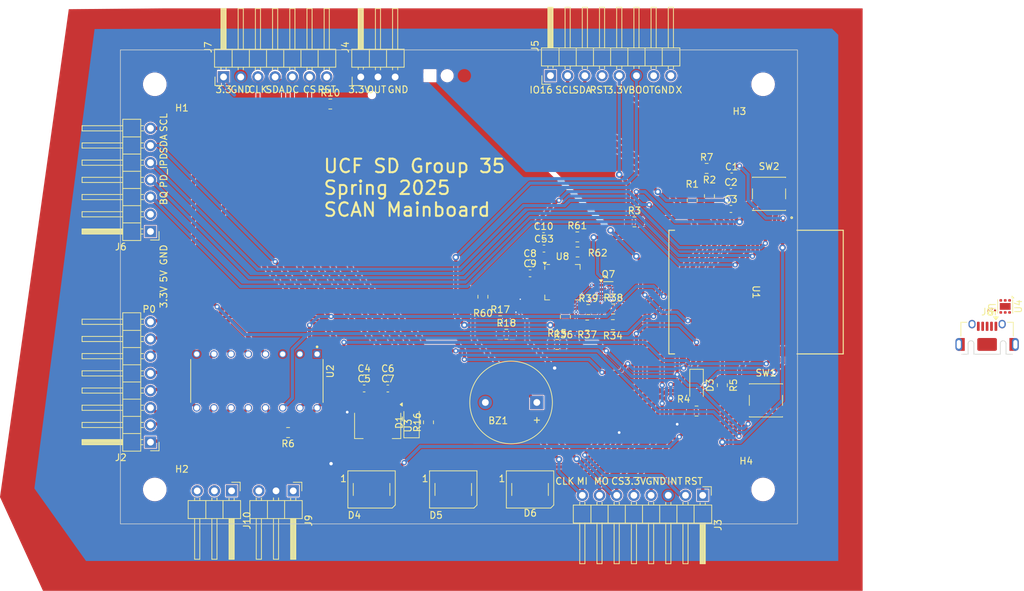
<source format=kicad_pcb>
(kicad_pcb (version 20240108) (generator "pcbnew") (generator_version "8.0")
  (title_block (title "SCAN") (date "2025-01-30") (rev "v1.0") (company "Jonah Sprandel"))
  (layers (0 "F.Cu" signal) (31 "B.Cu" signal) (34 "B.Paste" user) (35 "F.Paste" user) (36 "B.SilkS" user "B.Silkscreen") (37 "F.SilkS" user "F.Silkscreen") (38 "B.Mask" user) (39 "F.Mask" user) (44 "Edge.Cuts" user))
  (net 0 "")
  (net 1 "/RGB_1")
  (net 2 "/RGB_12")
  (net 3 "AGND")
  (net 4 "/RGB_23")
  (net 6 "/P2")
  (net 7 "/P4")
  (net 8 "/TFT_RESET_N")
  (net 9 "/P7")
  (net 10 "/P3")
  (net 11 "/P6")
  (net 12 "/P0")
  (net 13 "3.3V_SYS")
  (net 14 "/P5")
  (net 15 "/Auto Download/RTS")
  (net 16 "/Auto Download/DTR")
  (net 17 "/P1")
  (net 18 "/BQ25798_INT")
  (net 19 "/I2C_SDA")
  (net 20 "/I2C_SCL")
  (net 21 "/CHIP_PU")
  (net 22 "/KEYPAD_INT")
  (net 23 "/GPIO12_BREAKOUT")
  (net 24 "/GPIO13_BREAKOUT")
  (net 25 "/UART_RXD")
  (net 26 "/PD_GPIO")
  (net 27 "/SPI_MISO")
  (net 28 "/PD_INT")
  (net 29 "/UART_TXD")
  (net 30 "/PIR_OUT")
  (net 31 "/SPI_CLK")
  (net 33 "/BUZZER_PWM")
  (net 34 "/TFT_DC")
  (net 35 "/BOOT")
  (net 36 "/SPI_MOSI")
  (net 37 "/TFT_CS")
  (net 38 "Net-(Q7A-B1)")
  (net 39 "Net-(Q7B-B2)")
  (net 40 "Net-(Q7B-C2)")
  (net 41 "Net-(Q7A-C1)")
  (net 56 "/USB-to-UART Bridge/VDD")
  (net 59 "5V_SYS")
  (net 60 "Net-(D1-A)")
  (net 61 "/NFC_INT")
  (net 62 "/NFC_RST")
  (net 63 "/SPI_CS")
  (net 64 "/USB-to-UART Bridge/TXD")
  (net 65 "/USB-to-UART Bridge/RXD")
  (net 66 "/RGB_CTRL")
  (net 68 "/MICRO_USB_D-")
  (net 69 "/MICRO_USB_D+")
  (net 70 "/USB-to-UART Bridge/RST")
  (net 71 "/USB-to-UART Bridge/VBUS_SNS")
  (net 72 "Net-(R37-Pad2)")
  (net 73 "/USB-to-UART Bridge/SUSPEND")
  (net 74 "3.3V_LDO_OUT")
  (net 75 "VBUS")
  (net 76 "5V_PWR_BRD")
  (net 77 "3.3V_PWR_BRD")
  (footprint "LED_SMD:LED_WS2812B_PLCC4_5.0x5.0mm_P3.2mm" (layer "F.Cu") (at 146.01 127)
    (property "Reference" "D5")
    (property "Value" "FAILURE_LED")
  )
  (footprint "Resistor_SMD:R_0805_2012Metric" (layer "F.Cu") (at 121.615 118.595 180)
    (property "Reference" "R6")
    (property "Value" "10k")
  )
  (footprint "Connector_PinHeader_2.54mm:PinHeader_1x08_P2.54mm_Horizontal" (layer "F.Cu") (at 160.365 65.89 90)
    (property "Reference" "J5")
    (property "Value" "DEBUG_BREAKOUT")
  )
  (footprint "Resistor_SMD:R_0805_2012Metric" (layer "F.Cu") (at 150.3875 98.5375 90)
    (property "Reference" "R60")
    (property "Value" "0Ω")
  )
  (footprint "Resistor_SMD:R_0805_2012Metric" (layer "F.Cu") (at 172.7725 87.48)
    (property "Reference" "R3")
    (property "Value" "10k")
  )
  (footprint "Connector_PinHeader_2.54mm:PinHeader_1x03_P2.54mm_Horizontal" (layer "F.Cu") (at 113.275 127.205 -90)
    (property "Reference" "J10")
    (property "Value" "3.3V_MUX")
  )
  (footprint "Buzzer_Beeper:Buzzer_12x9.5RM7.6" (layer "F.Cu") (at 158.35 114.15 180)
    (property "Reference" "BZ1")
    (property "Value" "Buzzer")
  )
  (footprint "Resistor_SMD:R_0805_2012Metric" (layer "F.Cu") (at 183.4375 79.58)
    (property "Reference" "R7")
    (property "Value" "3.3k")
  )
  (footprint "Connector_PinHeader_2.54mm:PinHeader_1x07_P2.54mm_Horizontal" (layer "F.Cu") (at 101.295 88.9 180)
    (property "Reference" "J6")
    (property "Value" "PD_CONN")
  )
  (footprint "MountingHole:MountingHole_3.2mm_M3" (layer "F.Cu") (at 101.93 67.16)
    (property "Reference" "H1")
    (property "Value" "MountingHole_Pad" (hide yes))
  )
  (footprint "Resistor_SMD:R_0805_2012Metric" (layer "F.Cu") (at 164.3675 91.93)
    (property "Reference" "R62")
    (property "Value" "0Ω")
  )
  (footprint "LED_SMD:LED_WS2812B_PLCC4_5.0x5.0mm_P3.2mm" (layer "F.Cu") (at 133.945 127)
    (property "Reference" "D4")
    (property "Value" "SUCCESS_LED")
  )
  (footprint "Resistor_SMD:R_0805_2012Metric" (layer "F.Cu") (at 183.845 83.67 -90)
    (property "Reference" "R2")
    (property "Value" "2.2k")
  )
  (footprint "Connector_USB:USB_Micro-AB_Molex_47590-0001" (layer "F.Cu") (at 224.85 105.93)
    (property "Reference" "J8")
    (property "Value" "USB_B_Micro")
    (fp_line (start -3.75 1.1) (end -2.8 1.1) (stroke (width 0.1)) (layer "Edge.Cuts"))
    (fp_line (start -2.8 -0.475) (end -2.8 1.1) (stroke (width 0.1)) (layer "Edge.Cuts"))
    (fp_line (start -1.95 -0.475) (end -1.95 1.1) (stroke (width 0.1)) (layer "Edge.Cuts"))
    (fp_line (start -1.95 1.1) (end 1.95 1.1) (stroke (width 0.1)) (layer "Edge.Cuts"))
    (fp_line (start 1.95 -0.475) (end 1.95 1.1) (stroke (width 0.1)) (layer "Edge.Cuts"))
    (fp_line (start 2.8 -0.475) (end 2.8 1.1) (stroke (width 0.1)) (layer "Edge.Cuts"))
    (fp_line (start 2.8 1.1) (end 3.75 1.1) (stroke (width 0.1)) (layer "Edge.Cuts"))
    (fp_arc (start -2.8 -0.475) (mid -2.375 -0.9) (end -1.95 -0.475) (stroke (width 0.1)) (layer "Edge.Cuts"))
    (fp_arc (start 1.95 -0.475) (mid 2.375 -0.9) (end 2.8 -0.475) (stroke (width 0.1)) (layer "Edge.Cuts"))
  )
  (footprint "LED_SMD:LED_WS2812B_PLCC4_5.0x5.0mm_P3.2mm" (layer "F.Cu") (at 157.35 127)
    (property "Reference" "D6")
    (property "Value" "ADMIN_LED")
  )
  (footprint "SCAN_footprints:ESP32-C6-WROOM-1-N8" (layer "F.Cu") (at 190.73 97.85 -90)
    (property "Reference" "U1")
    (property "Value" "ESP32-C6-WROOM-1-N8")
  )
  (footprint "SCAN_footprints:DMY0003A" (layer "F.Cu") (at 225.524999 100.454999 -90)
    (property "Reference" "U5")
    (property "Value" "ESD122DMYR" (hide yes))
  )
  (footprint "Resistor_SMD:R_0805_2012Metric" (layer "F.Cu") (at 127.85 70.08)
    (property "Reference" "R10")
    (property "Value" "10k")
  )
  (footprint "MountingHole:MountingHole_3.2mm_M3" (layer "F.Cu") (at 191.77 127)
    (property "Reference" "H4")
    (property "Value" "MountingHole_Pad" (hide yes))
  )
  (footprint "Capacitor_SMD:C_0603_1608Metric" (layer "F.Cu") (at 159.35 89.58)
    (property "Reference" "C10")
    (property "Value" "4.7u")
  )
  (footprint "SCAN_footprints:SW_SPST_PTS647_Sx38" (layer "F.Cu") (at 192.185 113.845)
    (property "Reference" "SW1")
    (property "Value" "RST_SWITCH")
  )
  (footprint "MountingHole:MountingHole_3.2mm_M3" (layer "F.Cu") (at 191.77 67.16)
    (property "Reference" "H3")
    (property "Value" "MountingHole_Pad" (hide yes))
  )
  (footprint "Resistor_SMD:R_0805_2012Metric" (layer "F.Cu") (at 152.9375 102.08)
    (property "Reference" "R17")
    (property "Value" "47.5k")
  )
  (footprint "Diode_SMD:D_SOD-123" (layer "F.Cu") (at 181.94 111.61 -90)
    (property "Reference" "D3")
    (property "Value" "1N4148W")
  )
  (footprint "Capacitor_SMD:C_0603_1608Metric" (layer "F.Cu") (at 157.35 95.08)
    (property "Reference" "C9")
    (property "Value" "4.7u")
  )
  (footprint "Capacitor_SMD:C_0603_1608Metric" (layer "F.Cu") (at 159.4075 91.43)
    (property "Reference" "C53")
    (property "Value" ".1u")
  )
  (footprint "Connector_PinHeader_2.54mm:PinHeader_1x03_P2.54mm_Horizontal" (layer "F.Cu") (at 132.35 66.08 90)
    (property "Reference" "J4")
    (property "Value" "PIR_CONN")
  )
  (footprint "Resistor_SMD:R_0805_2012Metric" (layer "F.Cu") (at 181.305 84.305 -90)
    (property "Reference" "R1")
    (property "Value" "2.2k" (hide yes))
  )
  (footprint "Connector_PinHeader_2.54mm:PinHeader_1x08_P2.54mm_Horizontal" (layer "F.Cu") (at 182.85 127.865 -90)
    (property "Reference" "J3")
    (property "Value" "PN532_CONN")
  )
  (footprint "SCAN_footprints:DIP794W45P254L1969H508Q16" (layer "F.Cu") (at 117.01 110.975 -90)
    (property "Reference" "U2")
    (property "Value" "PCF8574" (hide yes))
  )
  (footprint "Package_SON:WSON-6-1EP_2x2mm_P0.65mm_EP1x1.6mm" (layer "F.Cu") (at 227.525 99.9675 -90)
    (property "Reference" "U4")
    (property "Value" "TVS2200DRV")
  )
  (footprint "Connector_PinHeader_2.54mm:PinHeader_1x03_P2.54mm_Horizontal" (layer "F.Cu") (at 122.375 127.205 -90)
    (property "Reference" "J9")
    (property "Value" "5V_MUX")
  )
  (footprint "Connector_PinHeader_2.54mm:PinHeader_1x07_P2.54mm_Horizontal" (layer "F.Cu") (at 112.085 66.08 90)
    (property "Reference" "J7")
    (property "Value" "TFT_CONN")
  )
  (footprint "Resistor_SMD:R_0805_2012Metric" (layer "F.Cu") (at 185.75 111.61 -90)
    (property "Reference" "R5")
    (property "Value" "10k")
  )
  (footprint "Capacitor_SMD:C_0603_1608Metric" (layer "F.Cu") (at 136.35 112.09)
    (property "Reference" "C7")
    (property "Value" "100nF")
  )
  (footprint "Connector_PinHeader_2.54mm:PinHeader_1x08_P2.54mm_Horizontal" (layer "F.Cu") (at 101.295 120.015 180)
    (property "Reference" "J2")
    (property "Value" "KEYPAD_CONN")
  )
  (footprint "Resistor_SMD:R_0805_2012Metric" (layer "F.Cu") (at 165.9675 100.44)
    (property "Reference" "R39")
    (property "Value" "0Ω")
  )
  (footprint "Resistor_SMD:R_0805_2012Metric" (layer "F.Cu") (at 164.3275 89.7)
    (property "Reference" "R61")
    (property "Value" "0Ω")
  )
  (footprint "Resistor_SMD:R_0805_2012Metric" (layer "F.Cu") (at 153.85 104.08)
    (property "Reference" "R18")
    (property "Value" "22.1k")
  )
  (footprint "LED_SMD:LED_1206_3216Metric" (layer "F.Cu") (at 139.85 117.08 90)
    (property "Reference" "D1")
    (property "Value" "LED")
  )
  (footprint "Resistor_SMD:R_0805_2012Metric" (layer "F.Cu") (at 161.35 105.58)
    (property "Reference" "R15")
    (property "Value" "1k")
  )
  (footprint "SCAN_footprints:SW_SPST_PTS647_Sx38" (layer "F.Cu") (at 192.65 83.34)
    (property "Reference" "SW2")
    (property "Value" "SW_Push")
  )
  (footprint "Package_DFN_QFN:QFN-28-1EP_5x5mm_P0.5mm_EP3.35x3.35mm" (layer "F.Cu") (at 162.1375 96.39)
    (property "Reference" "U8")
    (property "Value" "CP2102N-A02-xQFN28")
  )
  (footprint "Resistor_SMD:R_0805_2012Metric" (layer "F.Cu") (at 181.94 115.42)
    (property "Reference" "R4")
    (property "Value" "10k")
  )
  (footprint "Resistor_SMD:R_0805_2012Metric" (layer "F.Cu") (at 162.5675 101.52 -90)
    (property "Reference" "R36")
    (property "Value" "0Ω")
  )
  (footprint "Capacitor_SMD:C_0603_1608Metric" (layer "F.Cu") (at 187.02 85.575)
    (property "Reference" "C3")
    (property "Value" "1u")
  )
  (footprint "Capacitor_SMD:C_0603_1608Metric" (layer "F.Cu") (at 132.85 110.58)
    (property "Reference" "C4")
    (property "Value" "10uF")
  )
  (footprint "MountingHole:MountingHole_3.2mm_M3" (layer "F.Cu") (at 101.93 127)
    (property "Reference" "H2")
    (property "Value" "MountingHole_Pad" (hide yes))
  )
  (footprint "Resistor_SMD:R_0805_2012Metric" (layer "F.Cu") (at 165.7875 102.72)
    (property "Reference" "R37")
    (property "Value" "10k")
  )
  (footprint "Resistor_SMD:R_0805_2012Metric" (layer "F.Cu") (at 169.5775 102.66 180)
    (property "Reference" "R34")
    (property "Value" "10k")
  )
  (footprint "Package_TO_SOT_SMD:SOT-223-3_TabPin2" (layer "F.Cu") (at 134.85 117.58 -90)
    (property "Reference" "U3")
    (property "Value" "AMS1117-3.3")
  )
  (footprint "Resistor_SMD:R_0805_2012Metric" (layer "F.Cu") (at 169.6475 100.35)
    (property "Reference" "R38")
    (property "Value" "0Ω")
  )
  (footprint "Resistor_SMD:R_0805_2012Metric" (layer "F.Cu") (at 142.35 117.08 90)
    (property "Reference" "R16")
    (property "Value" "1k")
  )
  (footprint "Package_TO_SOT_SMD:SOT-363_SC-70-6" (layer "F.Cu") (at 168.9175 97.47)
    (property "Reference" "Q7")
    (property "Value" "BC847BDW1")
  )
  (footprint "Capacitor_SMD:C_0603_1608Metric" (layer "F.Cu") (at 157.35 93.58)
    (property "Reference" "C8")
    (property "Value" ".1u")
  )
  (footprint "Capacitor_SMD:C_0603_1608Metric" (layer "F.Cu") (at 132.85 112.08)
    (property "Reference" "C5")
    (property "Value" "100nF")
  )
  (footprint "Capacitor_SMD:C_0603_1608Metric" (layer "F.Cu") (at 136.35 110.58)
    (property "Reference" "C6")
    (property "Value" "10uF")
  )
  (footprint "Capacitor_SMD:C_0603_1608Metric" (layer "F.Cu") (at 187.1275 80.775)
    (property "Reference" "C1")
    (property "Value" "10u")
  )
  (footprint "Capacitor_SMD:C_0603_1608Metric" (layer "F.Cu") (at 187.02 83.065)
    (property "Reference" "C2")
    (property "Value" "0.1u")
  )
  (gr_rect (start 96.85 62.08) (end 196.85 132.08) (stroke (width 0.1)) (fill none) (layer "Edge.Cuts"))
  (gr_text "3.3V" (at 132.135 67.945 0) (layer "F.SilkS") (effects (font (size 1 1))))
  (gr_text "OUT" (at 134.675 67.945 0) (layer "F.SilkS") (effects (font (size 1 1))))
  (gr_text "BOOT" (at 171.78 68.58 0) (layer "F.SilkS") (effects (font (size 1 1)) (justify left bottom)))
  (gr_text "SDA" (at 163.525 68.58 0) (layer "F.SilkS") (effects (font (size 1 1)) (justify left bottom)))
  (gr_text "P0" (at 100.025 100.965 0) (layer "F.SilkS") (effects (font (size 1 1)) (justify left bottom)))
  (gr_text "X" (at 178.765 68.58 0) (layer "F.SilkS") (effects (font (size 1 1)) (justify left bottom)))
  (gr_text "BQ" (at 103.835 85.09 90) (layer "F.SilkS") (effects (font (size 1 1)) (justify left bottom)))
  (gr_text "3.3" (at 112.09 67.945 0) (layer "F.SilkS") (effects (font (size 1 1))))
  (gr_text "5V" (at 103.835 96.52 90) (layer "F.SilkS") (effects (font (size 1 1)) (justify left bottom)))
  (gr_text "3.3V" (at 168.605 68.58 0) (layer "F.SilkS") (effects (font (size 1 1)) (justify left bottom)))
  (gr_text "INT" (at 177.495 126.365 0) (layer "F.SilkS") (effects (font (size 1 1)) (justify left bottom)))
  (gr_text "RST" (at 166.065 68.58 0) (layer "F.SilkS") (effects (font (size 1 1)) (justify left bottom)))
  (gr_text "MO" (at 166.7 126.365 0) (layer "F.SilkS") (effects (font (size 1 1)) (justify left bottom)))
  (gr_text "PD" (at 103.835 79.375 90) (layer "F.SilkS") (effects (font (size 1 1)) (justify left bottom)))
  (gr_text "MI" (at 164.16 126.365 0) (layer "F.SilkS") (effects (font (size 1 1)) (justify left bottom)))
  (gr_text "UCF SD Group 35\nSpring 2025\nSCAN Mainboard" (at 126.695 86.845 0) (layer "F.SilkS") (effects (font (size 2 2) (thickness 0.3) (bold yes)) (justify left bottom)))
  (gr_text "CS" (at 169.24 126.365 0) (layer "F.SilkS") (effects (font (size 1 1)) (justify left bottom)))
  (gr_text "SDA" (at 119.71 67.945 0) (layer "F.SilkS") (effects (font (size 1 1))))
  (gr_text "GND" (at 174.32 126.365 0) (layer "F.SilkS") (effects (font (size 1 1)) (justify left bottom)))
  (gr_text "GND" (at 114.63 67.945 0) (layer "F.SilkS") (effects (font (size 1 1))))
  (gr_text "CLK" (at 117.17 67.945 0) (layer "F.SilkS") (effects (font (size 1 1))))
  (gr_text "RST" (at 127.33 67.945 0) (layer "F.SilkS") (effects (font (size 1 1))))
  (gr_text "SCL" (at 160.985 68.58 0) (layer "F.SilkS") (effects (font (size 1 1)) (justify left bottom)))
  (gr_text "GND" (at 175.59 68.58 0) (layer "F.SilkS") (effects (font (size 1 1)) (justify left bottom)))
  (gr_text "SDA" (at 103.835 77.47 90) (layer "F.SilkS") (effects (font (size 1 1)) (justify left bottom)))
  (gr_text "DC" (at 122.25 67.945 0) (layer "F.SilkS") (effects (font (size 1 1))))
  (gr_text "CLK" (at 160.985 126.365 0) (layer "F.SilkS") (effects (font (size 1 1)) (justify left bottom)))
  (gr_text "SCL" (at 103.835 74.295 90) (layer "F.SilkS") (effects (font (size 1 1)) (justify left bottom)))
  (gr_text "IO16" (at 157.175 68.58 0) (layer "F.SilkS") (effects (font (size 1 1)) (justify left bottom)))
  (gr_text "3.3V" (at 103.835 100.33 90) (layer "F.SilkS") (effects (font (size 1 1)) (justify left bottom)))
  (gr_text "PD_I" (at 103.835 82.55 90) (layer "F.SilkS") (effects (font (size 1 1)) (justify left bottom)))
  (gr_text "GND" (at 137.85 67.945 0) (layer "F.SilkS") (effects (font (size 1 1))))
  (gr_text "RST" (at 180.035 126.365 0) (layer "F.SilkS") (effects (font (size 1 1)) (justify left bottom)))
  (gr_text "3.3V" (at 171.145 126.365 0) (layer "F.SilkS") (effects (font (size 1 1)) (justify left bottom)))
  (gr_text "GND" (at 103.835 93.98 90) (layer "F.SilkS") (effects (font (size 1 1)) (justify left bottom)))
  (gr_text "CS" (at 124.79 67.945 0) (layer "F.SilkS") (effects (font (size 1 1))))
  (segment (start 178.765 82.655) (end 178.765 80.575) (width 0.5) (layer "F.Cu") (net 0))
  (segment (start 178.765 80.575) (end 179.1225 80.2175) (width 0.5) (layer "F.Cu") (net 0))
  (segment (start 136.45 125.35) (end 138.76 123.04) (width 0.5) (layer "F.Cu") (net 1))
  (segment (start 181.94 114.5075) (end 182.8525 115.42) (width 0.5) (layer "F.Cu") (net 1))
  (segment (start 182.8525 115.7775) (end 182.8525 115.42) (width 0.5) (layer "F.Cu") (net 1))
  (segment (start 181.94 113.26) (end 181.94 114.5075) (width 0.5) (layer "F.Cu") (net 1))
  (segment (start 179.4 119.23) (end 182.8525 115.7775) (width 0.5) (layer "F.Cu") (net 1))
  (segment (start 136.395 125.35) (end 136.45 125.35) (width 0.5) (layer "F.Cu") (net 1))
  (via (at 179.4 119.23) (size 0.8) (drill 0.4) (layers "F.Cu" "B.Cu") (net 1))
  (via (at 138.76 123.04) (size 0.8) (drill 0.4) (layers "F.Cu" "B.Cu") (net 1))
  (segment (start 141.15 120.65) (end 138.76 123.04) (width 0.5) (layer "B.Cu") (net 1))
  (segment (start 179.4 119.23) (end 177.98 120.65) (width 0.5) (layer "B.Cu") (net 1))
  (segment (start 177.98 120.65) (end 141.15 120.65) (width 0.5) (layer "B.Cu") (net 1))
  (segment (start 131.495 128.65) (end 133.505 130.66) (width 0.5) (layer "F.Cu") (net 2))
  (segment (start 143.465126 126.85) (end 146.96 126.85) (width 0.5) (layer "F.Cu") (net 2))
  (segment (start 133.505 130.66) (end 139.655126 130.66) (width 0.5) (layer "F.Cu") (net 2))
  (segment (start 146.96 126.85) (end 148.46 125.35) (width 0.5) (layer "F.Cu") (net 2))
  (segment (start 139.655126 130.66) (end 143.465126 126.85) (width 0.5) (layer "F.Cu") (net 2))
  (segment (start 145.57 130.66) (end 143.56 128.65) (width 0.5) (layer "F.Cu") (net 4))
  (segment (start 154.265 126.85) (end 150.455 130.66) (width 0.5) (layer "F.Cu") (net 4))
  (segment (start 159.8 125.35) (end 158.3 126.85) (width 0.5) (layer "F.Cu") (net 4))
  (segment (start 158.3 126.85) (end 154.265 126.85) (width 0.5) (layer "F.Cu") (net 4))
  (segment (start 150.455 130.66) (end 145.57 130.66) (width 0.5) (layer "F.Cu") (net 4))
  (segment (start 102.47 105.99) (end 101.295 107.165) (width 0.5) (layer "F.Cu") (net 6))
  (segment (start 112.185 105.99) (end 102.47 105.99) (width 0.5) (layer "F.Cu") (net 6))
  (segment (start 113.2 107.005) (end 112.185 105.99) (width 0.5) (layer "F.Cu") (net 6))
  (segment (start 108.12 114.945) (end 105.42 112.245) (width 0.5) (layer "F.Cu") (net 7))
  (segment (start 105.42 112.245) (end 101.295 112.245) (width 0.5) (layer "F.Cu") (net 7))
  (segment (start 115.74 114.945) (end 110.82 119.865) (width 0.5) (layer "F.Cu") (net 9))
  (segment (start 110.82 119.865) (end 101.295 119.865) (width 0.5) (layer "F.Cu") (net 9))
  (segment (start 110.66 107.005) (end 107.96 109.705) (width 0.5) (layer "F.Cu") (net 10))
  (segment (start 107.96 109.705) (end 101.295 109.705) (width 0.5) (layer "F.Cu") (net 10))
  (segment (start 110.82 117.325) (end 101.295 117.325) (width 0.5) (layer "F.Cu") (net 11))
  (segment (start 113.2 114.945) (end 110.82 117.325) (width 0.5) (layer "F.Cu") (net 11))
  (segment (start 118.28 107.005) (end 113.36 102.085) (width 0.5) (layer "F.Cu") (net 12))
  (segment (start 113.36 102.085) (end 101.295 102.085) (width 0.5) (layer "F.Cu") (net 12))
  (segment (start 180.9475 83.035) (end 181.305 83.3925) (width 0.5) (layer "F.Cu") (net 13))
  (segment (start 186.3525 79.8925) (end 186.3525 80.775) (width 0.5) (layer "F.Cu") (net 13))
  (segment (start 194.64 91.29) (end 194.64 89.18) (width 0.5) (layer "F.Cu") (net 13))
  (segment (start 175.335 125.58) (end 181.305 125.58) (width 0.5) (layer "F.Cu") (net 13))
  (segment (start 183.845 82.7575) (end 184.1525 83.065) (width 0.5) (layer "F.Cu") (net 13))
  (segment (start 184.1525 83.065) (end 186.245 83.065) (width 0.5) (layer "F.Cu") (net 13))
  (segment (start 128.6 112.245) (end 128.6 104.625) (width 0.5) (layer "F.Cu") (net 13))
  (segment (start 105.03 100.965) (end 124.94 100.965) (width 0.5) (layer "F.Cu") (net 13))
  (segment (start 170.525 80.495) (end 171.86 81.83) (width 0.5) (layer "F.Cu") (net 13))
  (segment (start 180.9475 80.2175) (end 180.9475 83.035) (width 0.5) (layer "F.Cu") (net 13))
  (segment (start 185.75 112.5225) (end 185.75 120.015) (width 0.5) (layer "F.Cu") (net 13))
  (segment (start 187.02 79.225) (end 186.3525 79.8925) (width 0.5) (layer "F.Cu") (net 13))
  (segment (start 181.305 83.3925) (end 183.21 83.3925) (width 0.5) (layer "F.Cu") (net 13))
  (segment (start 185.75 121.135) (end 185.75 112.5225) (width 0.5) (layer "F.Cu") (net 13))
  (segment (start 170.525 67.175) (end 170.525 65.89) (width 0.5) (layer "F.Cu") (net 13))
  (segment (start 124.94 100.965) (end 125.1825 101.2075) (width 0.5) (layer "F.Cu") (net 13))
  (segment (start 104.35 99.4925) (end 104.35 100.285) (width 0.5) (layer "F.Cu") (net 13))
  (segment (start 194.72 89.1) (end 194.72 86.925) (width 0.5) (layer "F.Cu") (net 13))
  (segment (start 125.1825 101.2075) (end 112.09 88.115) (width 0.5) (layer "F.Cu") (net 13))
  (segment (start 125.9 114.945) (end 128.6 112.245) (width 0.5) (layer "F.Cu") (net 13))
  (segment (start 180.9475 80.2175) (end 180.9475 77.5975) (width 0.5) (layer "F.Cu") (net 13))
  (segment (start 104.35 100.285) (end 105.03 100.965) (width 0.5) (layer "F.Cu") (net 13))
  (segment (start 180.9475 77.5975) (end 170.525 67.175) (width 0.5) (layer "F.Cu") (net 13))
  (segment (start 188.29 79.225) (end 187.02 79.225) (width 0.5) (layer "F.Cu") (net 13))
  (segment (start 171.86 81.83) (end 171.86 87.48) (width 0.5) (layer "F.Cu") (net 13))
  (segment (start 122.5275 118.595) (end 122.5275 118.3175) (width 0.5) (layer "F.Cu") (net 13))
  (segment (start 186.3525 80.775) (end 186.3525 82.9575) (width 0.5) (layer "F.Cu") (net 13))
  (segment (start 128.6 104.625) (end 125.1825 101.2075) (width 0.5) (layer "F.Cu") (net 13))
  (segment (start 186.3525 82.9575) (end 186.245 83.065) (width 0.5) (layer "F.Cu") (net 13))
  (segment (start 175.23 125.685) (end 175.335 125.58) (width 0.5) (layer "F.Cu") (net 13))
  (segment (start 112.09 88.115) (end 112.09 65.89) (width 0.5) (layer "F.Cu") (net 13))
  (segment (start 194.64 89.18) (end 194.72 89.1) (width 0.5) (layer "F.Cu") (net 13))
  (segment (start 183.21 83.3925) (end 183.845 82.7575) (width 0.5) (layer "F.Cu") (net 13))
  (segment (start 175.23 127.865) (end 175.23 125.685) (width 0.5) (layer "F.Cu") (net 13))
  (segment (start 181.305 125.58) (end 185.75 121.135) (width 0.5) (layer "F.Cu") (net 13))
  (segment (start 122.5275 118.3175) (end 125.9 114.945) (width 0.5) (layer "F.Cu") (net 13))
  (via (at 194.72 86.925) (size 0.8) (drill 0.4) (layers "F.Cu" "B.Cu") (net 13))
  (via (at 170.525 80.495) (size 1) (drill 0.5) (layers "F.Cu" "B.Cu") (net 13))
  (via (at 185.75 120.015) (size 1) (drill 0.5) (layers "F.Cu" "B.Cu") (net 13))
  (via (at 194.64 91.29) (size 1) (drill 0.5) (layers "F.Cu" "B.Cu") (net 13))
  (via (at 188.29 79.225) (size 0.8) (drill 0.4) (layers "F.Cu" "B.Cu") (net 13))
  (segment (start 112.09 67.16) (end 112.09 65.89) (width 0.5) (layer "B.Cu") (net 13))
  (segment (start 170.525 80.495) (end 170.525 65.89) (width 0.5) (layer "B.Cu") (net 13))
  (segment (start 192.18 86.925) (end 189.56 84.305) (width 0.5) (layer "B.Cu") (net 13))
  (segment (start 189.56 84.305) (end 189.56 80.495) (width 0.5) (layer "B.Cu") (net 13))
  (segment (start 194.72 86.925) (end 192.18 86.925) (width 0.5) (layer "B.Cu") (net 13))
  (segment (start 113.6775 68.7475) (end 112.09 67.16) (width 0.5) (layer "B.Cu") (net 13))
  (segment (start 189.56 80.495) (end 188.29 79.225) (width 0.5) (layer "B.Cu") (net 13))
  (segment (start 194.64 113.821922) (end 194.64 91.29) (width 0.5) (layer "B.Cu") (net 13))
  (segment (start 185.75 120.015) (end 188.446922 120.015) (width 0.5) (layer "B.Cu") (net 13))
  (segment (start 188.446922 120.015) (end 194.64 113.821922) (width 0.5) (layer "B.Cu") (net 13))
  (segment (start 109.645 115.96) (end 102.47 115.96) (width 0.5) (layer "F.Cu") (net 14))
  (segment (start 110.66 114.945) (end 109.645 115.96) (width 0.5) (layer "F.Cu") (net 14))
  (segment (start 102.47 115.96) (end 101.295 114.785) (width 0.5) (layer "F.Cu") (net 14))
  (segment (start 170.49 102.66) (end 171.78 101.37) (width 0.25) (layer "F.Cu") (net 15))
  (segment (start 171.78 100.0325) (end 169.8675 98.12) (width 0.25) (layer "F.Cu") (net 15))
  (segment (start 171.78 101.37) (end 171.78 100.0325) (width 0.25) (layer "F.Cu") (net 15))
  (segment (start 167.9675 96.82) (end 166.46582 96.82) (width 0.25) (layer "F.Cu") (net 16))
  (segment (start 164.16 100.815) (end 164.16 102.005) (width 0.2) (layer "F.Cu") (net 16))
  (segment (start 164.875 102.72) (end 164.2 102.045) (width 0.25) (layer "F.Cu") (net 16))
  (segment (start 164.16 102.005) (end 164.2 102.045) (width 0.2) (layer "F.Cu") (net 16))
  (via (at 166.46582 96.82) (size 0.5) (drill 0.2) (layers "F.Cu" "B.Cu") (net 16))
  (via (at 164.16 100.815) (size 0.5) (drill 0.2) (layers "F.Cu" "B.Cu") (net 16))
  (segment (start 164.16 99.12582) (end 164.16 100.815) (width 0.2) (layer "B.Cu") (net 16))
  (segment (start 166.46582 96.82) (end 164.16 99.12582) (width 0.2) (layer "B.Cu") (net 16))
  (segment (start 113.36 104.625) (end 101.295 104.625) (width 0.5) (layer "F.Cu") (net 17))
  (segment (start 115.74 107.005) (end 113.36 104.625) (width 0.5) (layer "F.Cu") (net 17))
  (segment (start 189.64 91.845) (end 189.64 89.1) (width 0.5) (layer "F.Cu") (net 18))
  (segment (start 187.655 93.83) (end 189.64 91.845) (width 0.5) (layer "F.Cu") (net 18))
  (via (at 187.655 93.83) (size 0.8) (drill 0.4) (layers "F.Cu" "B.Cu") (net 18))
  (segment (start 179.4 93.83) (end 173.05 87.48) (width 0.5) (layer "B.Cu") (net 18))
  (segment (start 187.655 93.83) (end 179.4 93.83) (width 0.5) (layer "B.Cu") (net 18))
  (segment (start 173.05 87.48) (end 157.5675 87.48) (width 0.5) (layer "B.Cu") (net 18))
  (segment (start 148.0425 97.005) (end 114.605 97.005) (width 0.5) (layer "B.Cu") (net 18))
  (segment (start 114.605 97.005) (end 101.27 83.67) (width 0.5) (layer "B.Cu") (net 18))
  (segment (start 157.5675 87.48) (end 148.0425 97.005) (width 0.5) (layer "B.Cu") (net 18))
  (segment (start 165.445 70.282082) (end 177.495 82.332082) (width 0.5) (layer "F.Cu") (net 19))
  (segment (start 177.072831 98.480969) (end 185.83 89.7238) (width 0.5) (layer "F.Cu") (net 19))
  (segment (start 182.5713 85.2175) (end 185.83 88.4762) (width 0.5) (layer "F.Cu") (net 19))
  (segment (start 181.305 85.2175) (end 182.5713 85.2175) (width 0.5) (layer "F.Cu") (net 19))
  (segment (start 179.6775 85.2175) (end 181.305 85.2175) (width 0.5) (layer "F.Cu") (net 19))
  (segment (start 119.71 93.345) (end 127.815 101.45) (width 0.5) (layer "F.Cu") (net 19))
  (segment (start 124.79 102.72) (end 124.79 113.515) (width 0.5) (layer "F.Cu") (net 19))
  (segment (start 177.072831 98.487831) (end 177.072831 98.480969) (width 0.5) (layer "F.Cu") (net 19))
  (segment (start 177.495 82.332082) (end 177.495 83.035) (width 0.5) (layer "F.Cu") (net 19))
  (segment (start 185.83 89.7238) (end 185.83 89.1) (width 0.5) (layer "F.Cu") (net 19))
  (segment (start 124.79 113.515) (end 123.36 114.945) (width 0.5) (layer "F.Cu") (net 19))
  (segment (start 127.815 101.45) (end 127.965 101.45) (width 0.5) (layer "F.Cu") (net 19))
  (segment (start 165.445 65.89) (end 165.445 70.282082) (width 0.5) (layer "F.Cu") (net 19))
  (segment (start 185.83 88.4762) (end 185.83 89.1) (width 0.5) (layer "F.Cu") (net 19))
  (segment (start 177.495 83.035) (end 179.6775 85.2175) (width 0.5) (layer "F.Cu") (net 19))
  (via (at 127.965 101.45) (size 0.8) (drill 0.4) (layers "F.Cu" "B.Cu") (net 19))
  (via (at 119.71 93.345) (size 0.8) (drill 0.4) (layers "F.Cu" "B.Cu") (net 19))
  (via (at 124.79 102.72) (size 0.8) (drill 0.4) (layers "F.Cu" "B.Cu") (net 19))
  (via (at 177.072831 98.487831) (size 0.8) (drill 0.4) (layers "F.Cu" "B.Cu") (net 19))
  (segment (start 119.71 93.345) (end 102.565 76.2) (width 0.5) (layer "B.Cu") (net 19))
  (segment (start 175.59 97.005) (end 173.05 97.005) (width 0.5) (layer "B.Cu") (net 19))
  (segment (start 102.565 76.2) (end 101.295 76.2) (width 0.5) (layer "B.Cu") (net 19))
  (segment (start 168.605 101.45) (end 126.06 101.45) (width 0.5) (layer "B.Cu") (net 19))
  (segment (start 177.072831 98.487831) (end 175.59 97.005) (width 0.5) (layer "B.Cu") (net 19))
  (segment (start 173.05 97.005) (end 168.605 101.45) (width 0.5) (layer "B.Cu") (net 19))
  (segment (start 126.06 101.45) (end 124.79 102.72) (width 0.5) (layer "B.Cu") (net 19))
  (segment (start 162.905 69.715) (end 162.905 65.89) (width 0.5) (layer "F.Cu") (net 20))
  (segment (start 187.1 87.8507) (end 187.1 89.1) (width 0.5) (layer "F.Cu") (net 20))
  (segment (start 107.645 78.105) (end 103.2 73.66) (width 0.5) (layer "F.Cu") (net 20))
  (segment (start 184.1225 84.305) (end 183.845 84.5825) (width 0.5) (layer "F.Cu") (net 20))
  (segment (start 103.2 73.66) (end 101.295 73.66) (width 0.5) (layer "F.Cu") (net 20))
  (segment (start 176.225 83.035) (end 162.905 69.715) (width 0.5) (layer "F.Cu") (net 20))
  (segment (start 187.1 89.83533) (end 187.1 89.1) (width 0.5) (layer "F.Cu") (net 20))
  (segment (start 175.59 101.34533) (end 187.1 89.83533) (width 0.5) (layer "F.Cu") (net 20))
  (segment (start 175.59 101.45) (end 175.59 101.34533) (width 0.5) (layer "F.Cu") (net 20))
  (segment (start 111.1375 100.0125) (end 107.645 96.52) (width 0.5) (layer "F.Cu") (net 20))
  (segment (start 107.645 96.52) (end 107.645 78.105) (width 0.5) (layer "F.Cu") (net 20))
  (segment (start 183.845 84.5957) (end 187.1 87.8507) (width 0.5) (layer "F.Cu") (net 20))
  (segment (start 186.385 84.305) (end 184.1225 84.305) (width 0.5) (layer "F.Cu") (net 20))
  (segment (start 183.845 84.5825) (end 183.845 84.5957) (width 0.5) (layer "F.Cu") (net 20))
  (via (at 186.385 84.305) (size 1) (drill 0.5) (layers "F.Cu" "B.Cu") (net 20))
  (via (at 176.225 83.035) (size 1) (drill 0.5) (layers "F.Cu" "B.Cu") (net 20))
  (via (at 111.1375 100.0125) (size 0.8) (drill 0.4) (layers "F.Cu" "B.Cu") (net 20))
  (via (at 175.59 101.45) (size 0.8) (drill 0.4) (layers "F.Cu" "B.Cu") (net 20))
  (segment (start 122.25 113.515) (end 120.82 114.945) (width 0.5) (layer "B.Cu") (net 20))
  (segment (start 176.225 83.035) (end 177.495 84.305) (width 0.5) (layer "B.Cu") (net 20))
  (segment (start 115.265 104.14) (end 124.64 104.14) (width 0.5) (layer "B.Cu") (net 20))
  (segment (start 124.79 103.99) (end 124.5475 103.99) (width 0.5) (layer "B.Cu") (net 20))
  (segment (start 122.25 106.2875) (end 122.25 113.515) (width 0.5) (layer "B.Cu") (net 20))
  (segment (start 124.5475 103.99) (end 122.25 106.2875) (width 0.5) (layer "B.Cu") (net 20))
  (segment (start 175.59 101.45) (end 174.32 101.45) (width 0.5) (layer "B.Cu") (net 20))
  (segment (start 124.64 104.14) (end 124.79 103.99) (width 0.5) (layer "B.Cu") (net 20))
  (segment (start 177.495 84.305) (end 186.385 84.305) (width 0.5) (layer "B.Cu") (net 20))
  (segment (start 174.32 101.45) (end 171.78 103.99) (width 0.5) (layer "B.Cu") (net 20))
  (segment (start 171.78 103.99) (end 124.79 103.99) (width 0.5) (layer "B.Cu") (net 20))
  (segment (start 111.1375 100.0125) (end 115.265 104.14) (width 0.5) (layer "B.Cu") (net 20))
  (segment (start 173.05 83.035) (end 173.05 86.845) (width 0.5) (layer "F.Cu") (net 21))
  (segment (start 190.025 85.745) (end 190.025 84.94) (width 0.5) (layer "F.Cu") (net 21))
  (segment (start 188.29 87.48) (end 190.025 85.745) (width 0.5) (layer "F.Cu") (net 21))
  (segment (start 190.025 84.94) (end 195.275 84.94) (width 0.5) (layer "F.Cu") (net 21))
  (segment (start 193.45 86.765) (end 195.275 84.94) (width 0.5) (layer "F.Cu") (net 21))
  (segment (start 188.22 87.48) (end 186.315 85.575) (width 0.5) (layer "F.Cu") (net 21))
  (segment (start 173.05 86.845) (end 173.685 87.48) (width 0.5) (layer "F.Cu") (net 21))
  (segment (start 166.750133 89.778) (end 172.657 89.778) (width 0.5) (layer "F.Cu") (net 21))
  (segment (start 173.05 88.115) (end 173.685 87.48) (width 0.5) (layer "F.Cu") (net 21))
  (segment (start 173.05 89.385) (end 173.05 88.115) (width 0.5) (layer "F.Cu") (net 21))
  (segment (start 166.88 100.3175) (end 167.8875 99.31) (width 0.25) (layer "F.Cu") (net 21))
  (segment (start 172.657 89.778) (end 173.05 89.385) (width 0.5) (layer "F.Cu") (net 21))
  (segment (start 166.88 100.44) (end 166.88 100.3175) (width 0.25) (layer "F.Cu") (net 21))
  (segment (start 188.29 87.48) (end 188.22 87.48) (width 0.5) (layer "F.Cu") (net 21))
  (segment (start 186.315 85.575) (end 186.245 85.575) (width 0.5) (layer "F.Cu") (net 21))
  (segment (start 193.45 89.1) (end 193.45 86.765) (width 0.5) (layer "F.Cu") (net 21))
  (via (at 166.750133 89.778) (size 1) (drill 0.5) (layers "F.Cu" "B.Cu") (net 21))
  (via (at 173.05 83.035) (size 0.8) (drill 0.4) (layers "F.Cu" "B.Cu") (net 21))
  (via (at 167.8875 99.31) (size 0.35) (drill 0.2) (layers "F.Cu" "B.Cu") (net 21))
  (via (at 188.29 87.48) (size 1) (drill 0.5) (layers "F.Cu" "B.Cu") (net 21))
  (segment (start 166.750133 89.778) (end 166.7 89.828133) (width 0.5) (layer "B.Cu") (net 21))
  (segment (start 167.8875 95.6525) (end 167.8875 99.31) (width 0.2) (layer "B.Cu") (net 21))
  (segment (start 178.765 87.48) (end 188.29 87.48) (width 0.5) (layer "B.Cu") (net 21))
  (segment (start 167.335 95.1) (end 167.8875 95.6525) (width 0.5) (layer "B.Cu") (net 21))
  (segment (start 173.05 83.035) (end 174.32 83.035) (width 0.5) (layer "B.Cu") (net 21))
  (segment (start 166.7 89.828133) (end 166.7 91.925) (width 0.5) (layer "B.Cu") (net 21))
  (segment (start 174.32 83.035) (end 178.765 87.48) (width 0.5) (layer "B.Cu") (net 21))
  (segment (start 167.335 92.56) (end 167.335 95.1) (width 0.5) (layer "B.Cu") (net 21))
  (segment (start 166.7 91.925) (end 167.335 92.56) (width 0.5) (layer "B.Cu") (net 21))
  (segment (start 120.7025 118.595) (end 120.7025 117.3675) (width 0.5) (layer "F.Cu") (net 22))
  (segment (start 192.2388 108.435) (end 193.45 107.2238) (width 0.5) (layer "F.Cu") (net 22))
  (segment (start 122.1225 120.015) (end 123.52 120.015) (width 0.5) (layer "F.Cu") (net 22))
  (segment (start 120.7025 118.595) (end 122.1225 120.015) (width 0.5) (layer "F.Cu") (net 22))
  (segment (start 120.7025 117.3675) (end 118.28 114.945) (width 0.5) (layer "F.Cu") (net 22))
  (segment (start 123.52 120.015) (end 129.87 113.665) (width 0.5) (layer "F.Cu") (net 22))
  (segment (start 129.87 113.665) (end 129.87 105.26) (width 0.5) (layer "F.Cu") (net 22))
  (segment (start 193.45 107.2238) (end 193.45 106.6) (width 0.5) (layer "F.Cu") (net 22))
  (via (at 129.87 105.26) (size 0.8) (drill 0.4) (layers "F.Cu" "B.Cu") (net 22))
  (via (at 192.2388 108.435) (size 0.8) (drill 0.4) (layers "F.Cu" "B.Cu") (net 22))
  (segment (start 180.945661 108.435) (end 192.2388 108.435) (width 0.5) (layer "B.Cu") (net 22))
  (segment (start 180.460661 107.95) (end 180.945661 108.435) (width 0.5) (layer "B.Cu") (net 22))
  (segment (start 177.01 107.95) (end 180.460661 107.95) (width 0.5) (layer "B.Cu") (net 22))
  (segment (start 129.87 105.26) (end 174.32 105.26) (width 0.5) (layer "B.Cu") (net 22))
  (segment (start 174.32 105.26) (end 177.01 107.95) (width 0.5) (layer "B.Cu") (net 22))
  (segment (start 192.1 90.655) (end 192.1 89.18) (width 0.5) (layer "F.Cu") (net 26))
  (segment (start 192.1 89.18) (end 192.18 89.1) (width 0.5) (layer "F.Cu") (net 26))
  (via (at 192.1 90.655) (size 0.8) (drill 0.4) (layers "F.Cu" "B.Cu") (net 26))
  (segment (start 156.398 85.082) (end 147.015 94.465) (width 0.5) (layer "B.Cu") (net 26))
  (segment (start 191.465 91.29) (end 179.37177 91.29) (width 0.5) (layer "B.Cu") (net 26))
  (segment (start 162.461388 85.082) (end 156.398 85.082) (width 0.5) (layer "B.Cu") (net 26))
  (segment (start 163.238388 84.305) (end 162.461388 85.082) (width 0.5) (layer "B.Cu") (net 26))
  (segment (start 172.38677 84.305) (end 163.238388 84.305) (width 0.5) (layer "B.Cu") (net 26))
  (segment (start 179.37177 91.29) (end 172.38677 84.305) (width 0.5) (layer "B.Cu") (net 26))
  (segment (start 147.015 94.465) (end 117.145 94.465) (width 0.5) (layer "B.Cu") (net 26))
  (segment (start 192.1 90.655) (end 191.465 91.29) (width 0.5) (layer "B.Cu") (net 26))
  (segment (start 117.145 94.465) (end 101.27 78.59) (width 0.5) (layer "B.Cu") (net 26))
  (segment (start 177.495 112.395) (end 175.59 114.3) (width 0.5) (layer "F.Cu") (net 27))
  (segment (start 175.59 117.705) (end 167.61 125.685) (width 0.5) (layer "F.Cu") (net 27))
  (segment (start 194.72 106.2262) (end 194.72 106.6) (width 0.25) (layer "F.Cu") (net 27))
  (segment (start 183.21 111.61) (end 182.425 112.395) (width 0.5) (layer "F.Cu") (net 27))
  (segment (start 194.72 106.2952) (end 194.72 106.6) (width 0.25) (layer "F.Cu") (net 27))
  (segment (start 193.37 109.705) (end 194.72 108.355) (width 0.5) (layer "F.Cu") (net 27))
  (segment (start 175.59 114.3) (end 175.59 117.705) (width 0.5) (layer "F.Cu") (net 27))
  (segment (start 182.425 112.395) (end 177.495 112.395) (width 0.5) (layer "F.Cu") (net 27))
  (segment (start 167.61 125.685) (end 167.61 127.865) (width 0.5) (layer "F.Cu") (net 27))
  (segment (start 194.72 108.355) (end 194.72 106.6) (width 0.5) (layer "F.Cu") (net 27))
  (via (at 193.37 109.705) (size 0.8) (drill 0.4) (layers "F.Cu" "B.Cu") (net 27))
  (via (at 183.21 111.61) (size 0.8) (drill 0.4) (layers "F.Cu" "B.Cu") (net 27))
  (segment (start 193.37 109.705) (end 185.115 109.705) (width 0.5) (layer "B.Cu") (net 27))
  (segment (start 185.115 109.705) (end 183.21 111.61) (width 0.5) (layer "B.Cu") (net 27))
  (segment (start 190.195 92.56) (end 190.91 91.845) (width 0.5) (layer "F.Cu") (net 28))
  (segment (start 190.91 91.845) (end 190.91 89.1) (width 0.5) (layer "F.Cu") (net 28))
  (via (at 190.195 92.56) (size 0.8) (drill 0.4) (layers "F.Cu" "B.Cu") (net 28))
  (segment (start 190.195 92.56) (end 190.08 92.445) (width 0.5) (layer "B.Cu") (net 28))
  (segment (start 115.875 95.735) (end 101.27 81.13) (width 0.5) (layer "B.Cu") (net 28))
  (segment (start 173.05 86.21) (end 157.175 86.21) (width 0.5) (layer "B.Cu") (net 28))
  (segment (start 157.175 86.21) (end 147.65 95.735) (width 0.5) (layer "B.Cu") (net 28))
  (segment (start 179.285 92.445) (end 173.05 86.21) (width 0.5) (layer "B.Cu") (net 28))
  (segment (start 190.08 92.445) (end 179.285 92.445) (width 0.5) (layer "B.Cu") (net 28))
  (segment (start 147.65 95.735) (end 115.875 95.735) (width 0.5) (layer "B.Cu") (net 28))
  (segment (start 101.93 86.36) (end 101.295 86.36) (width 0.5) (layer "B.Cu") (net 29))
  (segment (start 173.05 92.56) (end 173.685 93.195) (width 0.5) (layer "F.Cu") (net 30))
  (segment (start 169.233578 88.743578) (end 169.301496 88.811496) (width 0.5) (layer "F.Cu") (net 30))
  (segment (start 173.685 97.64) (end 174.32 98.275) (width 0.5) (layer "F.Cu") (net 30))
  (segment (start 180.67 102.085) (end 183.21 102.085) (width 0.5) (layer "F.Cu") (net 30))
  (segment (start 173.685 93.195) (end 173.685 97.64) (width 0.5) (layer "F.Cu") (net 30))
  (segment (start 183.21 102.085) (end 187.1 105.975) (width 0.5) (layer "F.Cu") (net 30))
  (segment (start 187.1 105.975) (end 187.1 106.6) (width 0.5) (layer "F.Cu") (net 30))
  (via (at 173.05 92.56) (size 1) (drill 0.5) (layers "F.Cu" "B.Cu") (net 30))
  (via (at 174.32 98.275) (size 0.8) (drill 0.4) (layers "F.Cu" "B.Cu") (net 30))
  (via (at 180.67 102.085) (size 0.8) (drill 0.4) (layers "F.Cu" "B.Cu") (net 30))
  (via (at 169.233578 88.743578) (size 1) (drill 0.5) (layers "F.Cu" "B.Cu") (net 30))
  (segment (start 179.0825 100.815) (end 176.86 100.815) (width 0.5) (layer "B.Cu") (net 30))
  (segment (start 180.67 102.085) (end 180.3525 102.085) (width 0.5) (layer "B.Cu") (net 30))
  (segment (start 169.233578 88.743578) (end 173.05 92.56) (width 0.5) (layer "B.Cu") (net 30))
  (segment (start 176.86 100.815) (end 174.32 98.275) (width 0.5) (layer "B.Cu") (net 30))
  (segment (start 180.3525 102.085) (end 179.0825 100.815) (width 0.5) (layer "B.Cu") (net 30))
  (segment (start 174.32 116.435) (end 174.32 99.695) (width 0.5) (layer "F.Cu") (net 31))
  (segment (start 149.07561 119.865) (end 117.17 87.95939) (width 0.5) (layer "F.Cu") (net 31))
  (segment (start 183.29 90.725) (end 183.29 89.1) (width 0.5) (layer "F.Cu") (net 31))
  (segment (start 174.32 99.695) (end 183.29 90.725) (width 0.5) (layer "F.Cu") (net 31))
  (segment (start 117.17 87.95939) (end 117.17 65.89) (width 0.5) (layer "F.Cu") (net 31))
  (segment (start 161.62 122.555) (end 158.93 119.865) (width 0.5) (layer "F.Cu") (net 31))
  (segment (start 158.93 119.865) (end 149.07561 119.865) (width 0.5) (layer "F.Cu") (net 31))
  (segment (start 165.07 127.865) (end 165.07 125.685) (width 0.5) (layer "F.Cu") (net 31))
  (segment (start 165.07 125.685) (end 174.32 116.435) (width 0.5) (layer "F.Cu") (net 31))
  (via (at 161.62 122.555) (size 1) (drill 0.5) (layers "F.Cu" "B.Cu") (net 31))
  (segment (start 161.62 124.415) (end 165.07 127.865) (width 0.5) (layer "B.Cu") (net 31))
  (segment (start 161.62 122.555) (end 161.62 124.415) (width 0.5) (layer "B.Cu") (net 31))
  (segment (start 182.02 89.1) (end 182.02 88.195) (width 0.5) (layer "F.Cu") (net 33))
  (segment (start 148.91 96.8475) (end 148.91 104.71) (width 0.5) (layer "F.Cu") (net 33))
  (segment (start 148.91 104.71) (end 158.35 114.15) (width 0.5) (layer "F.Cu") (net 33))
  (segment (start 182.02 88.195) (end 180.67 86.845) (width 0.5) (layer "F.Cu") (net 33))
  (segment (start 161.4525 84.305) (end 148.91 96.8475) (width 0.5) (layer "F.Cu") (net 33))
  (segment (start 180.67 86.845) (end 176.86 86.845) (width 0.5) (layer "F.Cu") (net 33))
  (segment (start 176.86 86.845) (end 174.955 84.94) (width 0.5) (layer "F.Cu") (net 33))
  (segment (start 161.62 84.305) (end 161.4525 84.305) (width 0.5) (layer "F.Cu") (net 33))
  (via (at 161.62 84.305) (size 0.8) (drill 0.4) (layers "F.Cu" "B.Cu") (net 33))
  (via (at 174.955 84.94) (size 0.8) (drill 0.4) (layers "F.Cu" "B.Cu") (net 33))
  (segment (start 162.89 83.035) (end 171.951156 83.035) (width 0.5) (layer "B.Cu") (net 33))
  (segment (start 171.951156 83.035) (end 173.856156 84.94) (width 0.5) (layer "B.Cu") (net 33))
  (segment (start 161.62 84.305) (end 162.89 83.035) (width 0.5) (layer "B.Cu") (net 33))
  (segment (start 173.856156 84.94) (end 174.955 84.94) (width 0.5) (layer "B.Cu") (net 33))
  (segment (start 188.29 109.1993) (end 189.64 107.8493) (width 0.5) (layer "F.Cu") (net 34))
  (segment (start 188.207539 119.155539) (end 188.29 119.073078) (width 0.5) (layer "F.Cu") (net 34))
  (segment (start 189.64 107.8493) (end 189.64 106.6) (width 0.5) (layer "F.Cu") (net 34))
  (segment (start 188.29 119.073078) (end 188.29 109.1993) (width 0.5) (layer "F.Cu") (net 34))
  (segment (start 122.25 88.115) (end 122.25 65.89) (width 0.5) (layer "F.Cu") (net 34))
  (segment (start 140.665 106.53) (end 122.25 88.115) (width 0.5) (layer "F.Cu") (net 34))
  (segment (start 146.38 106.53) (end 140.665 106.53) (width 0.5) (layer "F.Cu") (net 34))
  (via (at 188.207539 119.155539) (size 0.8) (drill 0.4) (layers "F.Cu" "B.Cu") (net 34))
  (via (at 146.38 106.53) (size 0.8) (drill 0.4) (layers "F.Cu" "B.Cu") (net 34))
  (segment (start 167.335 106.53) (end 146.38 106.53) (width 0.5) (layer "B.Cu") (net 34))
  (segment (start 184.445 115.535) (end 176.34 115.535) (width 0.5) (layer "B.Cu") (net 34))
  (segment (start 188.207539 119.155539) (end 188.065539 119.155539) (width 0.5) (layer "B.Cu") (net 34))
  (segment (start 188.065539 119.155539) (end 184.445 115.535) (width 0.5) (layer "B.Cu") (net 34))
  (segment (start 176.34 115.535) (end 167.335 106.53) (width 0.5) (layer "B.Cu") (net 34))
  (segment (start 168.605 106.53) (end 167.335 105.26) (width 0.5) (layer "F.Cu") (net 35))
  (segment (start 165.395 105.26) (end 162.5675 102.4325) (width 0.5) (layer "F.Cu") (net 35))
  (segment (start 160.35 102.72) (end 162.28 102.72) (width 0.5) (layer "F.Cu") (net 35))
  (segment (start 167.335 105.26) (end 165.395 105.26) (width 0.5) (layer "F.Cu") (net 35))
  (segment (start 162.28 102.72) (end 162.5675 102.4325) (width 0.5) (layer "F.Cu") (net 35))
  (segment (start 179.0825 106.9975) (end 179.48 106.6) (width 0.5) (layer "F.Cu") (net 35))
  (segment (start 146.38 101.45) (end 147.65 102.72) (width 0.5) (layer "F.Cu") (net 35))
  (segment (start 189.56 115.445) (end 189.56 117.325) (width 0.5) (layer "F.Cu") (net 35))
  (segment (start 189.56 115.445) (end 194.81 115.445) (width 0.5) (layer "F.Cu") (net 35))
  (segment (start 146.38 92.71) (end 146.38 101.45) (width 0.5) (layer "F.Cu") (net 35))
  (segment (start 179.0825 110.0225) (end 179.0825 106.9975) (width 0.5) (layer "F.Cu") (net 35))
  (via (at 168.605 106.53) (size 0.8) (drill 0.4) (layers "F.Cu" "B.Cu") (net 35))
  (via (at 179.0825 110.0225) (size 0.8) (drill 0.4) (layers "F.Cu" "B.Cu") (net 35))
  (via (at 146.38 92.71) (size 1) (drill 0.5) (layers "F.Cu" "B.Cu") (net 35))
  (via (at 189.56 117.325) (size 0.8) (drill 0.4) (layers "F.Cu" "B.Cu") (net 35))
  (via (at 147.65 102.72) (size 1) (drill 0.5) (layers "F.Cu" "B.Cu") (net 35))
  (via (at 160.35 102.72) (size 1) (drill 0.5) (layers "F.Cu" "B.Cu") (net 35))
  (segment (start 181.94 111.61) (end 188.29 117.96) (width 0.5) (layer "B.Cu") (net 35))
  (segment (start 178.81 110.295) (end 172.37 110.295) (width 0.5) (layer "B.Cu") (net 35))
  (segment (start 188.925 117.96) (end 189.56 117.325) (width 0.5) (layer "B.Cu") (net 35))
  (segment (start 179.0825 110.0225) (end 178.81 110.295) (width 0.5) (layer "B.Cu") (net 35))
  (segment (start 172.37 110.295) (end 168.605 106.53) (width 0.5) (layer "B.Cu") (net 35))
  (segment (start 180.67 111.61) (end 181.94 111.61) (width 0.5) (layer "B.Cu") (net 35))
  (segment (start 173.065 67.78) (end 173.065 65.89) (width 0.5) (layer "B.Cu") (net 35))
  (segment (start 146.38 92.71) (end 157.325 81.765) (width 0.5) (layer "B.Cu") (net 35))
  (segment (start 188.29 117.96) (end 188.925 117.96) (width 0.5) (layer "B.Cu") (net 35))
  (segment (start 173.05 67.795) (end 173.065 67.78) (width 0.5) (layer "B.Cu") (net 35))
  (segment (start 157.325 81.765) (end 171.665 81.765) (width 0.5) (layer "B.Cu") (net 35))
  (segment (start 171.665 81.765) (end 173.05 80.38) (width 0.5) (layer "B.Cu") (net 35))
  (segment (start 147.65 102.72) (end 160.35 102.72) (width 0.5) (layer "B.Cu") (net 35))
  (segment (start 179.0825 110.0225) (end 180.67 111.61) (width 0.5) (layer "B.Cu") (net 35))
  (segment (start 173.05 80.38) (end 173.05 67.795) (width 0.5) (layer "B.Cu") (net 35))
  (segment (start 170.15 125.685) (end 170.15 127.865) (width 0.5) (layer "F.Cu") (net 36))
  (segment (start 176.86 118.975) (end 170.15 125.685) (width 0.5) (layer "F.Cu") (net 36))
  (segment (start 120.95 89.09) (end 120.95 67.13) (width 0.5) (layer "F.Cu") (net 36))
  (segment (start 120.95 67.13) (end 119.71 65.89) (width 0.5) (layer "F.Cu") (net 36))
  (segment (start 176.86 111.61) (end 176.86 101.33715) (width 0.5) (layer "F.Cu") (net 36))
  (segment (start 150.455 118.595) (end 120.95 89.09) (width 0.5) (layer "F.Cu") (net 36))
  (segment (start 176.86 114.3) (end 176.86 118.975) (width 0.5) (layer "F.Cu") (net 36))
  (segment (start 176.86 101.33715) (end 188.37 89.82715) (width 0.5) (layer "F.Cu") (net 36))
  (segment (start 164.235 122.48) (end 160.35 118.595) (width 0.5) (layer "F.Cu") (net 36))
  (segment (start 160.35 118.595) (end 150.455 118.595) (width 0.5) (layer "F.Cu") (net 36))
  (segment (start 188.37 89.82715) (end 188.37 89.1) (width 0.5) (layer "F.Cu") (net 36))
  (via (at 176.86 111.61) (size 0.8) (drill 0.4) (layers "F.Cu" "B.Cu") (net 36))
  (via (at 176.86 114.3) (size 0.8) (drill 0.4) (layers "F.Cu" "B.Cu") (net 36))
  (via (at 164.235 122.48) (size 1) (drill 0.5) (layers "F.Cu" "B.Cu") (net 36))
  (segment (start 176.86 114.3) (end 176.86 111.61) (width 0.5) (layer "B.Cu") (net 36))
  (segment (start 164.235 122.48) (end 169.62 127.865) (width 0.5) (layer "B.Cu") (net 36))
  (segment (start 169.62 127.865) (end 170.15 127.865) (width 0.5) (layer "B.Cu") (net 36))
  (segment (start 124.79 88.115) (end 124.79 65.89) (width 0.5) (layer "F.Cu") (net 37))
  (segment (start 146.38 105.26) (end 141.935 105.26) (width 0.5) (layer "F.Cu") (net 37))
  (segment (start 147.65 106.53) (end 146.38 105.26) (width 0.5) (layer "F.Cu") (net 37))
  (segment (start 170.51 109.705) (end 171.78 108.435) (width 0.5) (layer "F.Cu") (net 37))
  (segment (start 180.75 108.355) (end 180.75 106.6) (width 0.5) (layer "F.Cu") (net 37))
  (segment (start 180.035 109.07) (end 180.75 108.355) (width 0.5) (layer "F.Cu") (net 37))
  (segment (start 167.97 109.705) (end 170.51 109.705) (width 0.5) (layer "F.Cu") (net 37))
  (segment (start 141.935 105.26) (end 124.79 88.115) (width 0.5) (layer "F.Cu") (net 37))
  (segment (start 147.65 107.8) (end 147.65 106.53) (width 0.5) (layer "F.Cu") (net 37))
  (via (at 147.65 107.8) (size 0.8) (drill 0.4) (layers "F.Cu" "B.Cu") (net 37))
  (via (at 171.78 108.435) (size 0.8) (drill 0.4) (layers "F.Cu" "B.Cu") (net 37))
  (via (at 167.97 109.705) (size 0.8) (drill 0.4) (layers "F.Cu" "B.Cu") (net 37))
  (via (at 180.035 109.07) (size 0.8) (drill 0.4) (layers "F.Cu" "B.Cu") (net 37))
  (segment (start 178.824339 109.22) (end 178.974339 109.07) (width 0.5) (layer "B.Cu") (net 37))
  (segment (start 166.065 107.8) (end 167.97 109.705) (width 0.5) (layer "B.Cu") (net 37))
  (segment (start 147.65 107.8) (end 166.065 107.8) (width 0.5) (layer "B.Cu") (net 37))
  (segment (start 172.565 109.22) (end 178.824339 109.22) (width 0.5) (layer "B.Cu") (net 37))
  (segment (start 178.974339 109.07) (end 180.035 109.07) (width 0.5) (layer "B.Cu") (net 37))
  (segment (start 171.78 108.435) (end 172.565 109.22) (width 0.5) (layer "B.Cu") (net 37))
  (segment (start 168.295 97.47) (end 167.9675 97.47) (width 0.25) (layer "F.Cu") (net 38))
  (segment (start 168.665 102.5125) (end 169.5975 101.58) (width 0.25) (layer "F.Cu") (net 38))
  (segment (start 169.5975 101.58) (end 169.5975 99.27) (width 0.25) (layer "F.Cu") (net 38))
  (segment (start 169.5975 99.27) (end 169.3775 99.05) (width 0.25) (layer "F.Cu") (net 38))
  (segment (start 168.605 97.16) (end 168.295 97.47) (width 0.25) (layer "F.Cu") (net 38))
  (segment (start 168.665 102.66) (end 168.665 102.5125) (width 0.25) (layer "F.Cu") (net 38))
  (via (at 168.605 97.16) (size 0.35) (drill 0.2) (layers "F.Cu" "B.Cu") (net 38))
  (via (at 169.3775 99.05) (size 0.35) (drill 0.2) (layers "F.Cu" "B.Cu") (net 38))
  (segment (start 169.3775 97.05) (end 168.715 97.05) (width 0.2) (layer "B.Cu") (net 38))
  (segment (start 168.715 97.05) (end 168.605 97.16) (width 0.2) (layer "B.Cu") (net 38))
  (segment (start 169.3775 97.05) (end 169.3775 99.05) (width 0.25) (layer "B.Cu") (net 38))
  (segment (start 169.542501 97.47) (end 169.8675 97.47) (width 0.2) (layer "F.Cu") (net 39))
  (segment (start 169.3155 98.5005) (end 169.3155 97.697001) (width 0.2) (layer "F.Cu") (net 39))
  (segment (start 170.56 99.745) (end 169.875 99.06) (width 0.2) (layer "F.Cu") (net 39))
  (segment (start 169.875 99.06) (end 169.875 98.905447) (width 0.2) (layer "F.Cu") (net 39))
  (segment (start 169.565553 98.596) (end 169.411 98.596) (width 0.2) (layer "F.Cu") (net 39))
  (segment (start 169.875 98.905447) (end 169.565553 98.596) (width 0.2) (layer "F.Cu") (net 39))
  (segment (start 170.56 100.35) (end 170.56 99.745) (width 0.2) (layer "F.Cu") (net 39))
  (segment (start 169.3155 97.697001) (end 169.542501 97.47) (width 0.2) (layer "F.Cu") (net 39))
  (segment (start 169.73011 97.47) (end 169.8675 97.47) (width 0.25) (layer "F.Cu") (net 39))
  (segment (start 169.411 98.596) (end 169.3155 98.5005) (width 0.2) (layer "F.Cu") (net 39))
  (segment (start 166.17125 99.32375) (end 165.055 100.44) (width 0.25) (layer "F.Cu") (net 40))
  (segment (start 166.17125 99.16625) (end 166.17125 99.32375) (width 0.25) (layer "F.Cu") (net 40))
  (segment (start 167.2275 98.11) (end 167.9575 98.11) (width 0.25) (layer "F.Cu") (net 40))
  (segment (start 167.9575 98.11) (end 167.9675 98.12) (width 0.25) (layer "F.Cu") (net 40))
  (via (at 166.17125 99.16625) (size 0.35) (drill 0.2) (layers "F.Cu" "B.Cu") (net 40))
  (via (at 167.2275 98.11) (size 0.35) (drill 0.2) (layers "F.Cu" "B.Cu") (net 40))
  (segment (start 166.17125 99.16625) (end 167.2275 98.11) (width 0.25) (layer "B.Cu") (net 40))
  (segment (start 169.73011 96.82) (end 169.8675 96.82) (width 0.25) (layer "F.Cu") (net 41))
  (segment (start 162.5675 100.6075) (end 163.2675 100.6075) (width 0.2) (layer "F.Cu") (net 41))
  (segment (start 163.2675 100.6075) (end 165.311 98.564) (width 0.2) (layer "F.Cu") (net 41))
  (segment (start 169.0025 97.54478) (end 169.72728 96.82) (width 0.2) (layer "F.Cu") (net 41))
  (segment (start 168.466 98.564) (end 169.0025 98.0275) (width 0.2) (layer "F.Cu") (net 41))
  (segment (start 169.72728 96.82) (end 169.8675 96.82) (width 0.2) (layer "F.Cu") (net 41))
  (segment (start 165.311 98.564) (end 168.466 98.564) (width 0.2) (layer "F.Cu") (net 41))
  (segment (start 162.5675 100.6075) (end 163.18 100.6075) (width 0.25) (layer "F.Cu") (net 41))
  (segment (start 169.0025 98.0275) (end 169.0025 97.54478) (width 0.2) (layer "F.Cu") (net 41))
  (segment (start 158.575 91.0325) (end 158.6325 91.09) (width 0.25) (layer "F.Cu") (net 56))
  (segment (start 158.575 89.58) (end 158.575 91.0325) (width 0.25) (layer "F.Cu") (net 56))
  (segment (start 132.55 112.555) (end 132.075 112.08) (width 0.5) (layer "F.Cu") (net 59))
  (segment (start 154.9 124.68) (end 155.905 123.675) (width 0.5) (layer "F.Cu") (net 59))
  (segment (start 132.55 114.43) (end 132.55 112.555) (width 0.5) (layer "F.Cu") (net 59))
  (segment (start 127.965 123.19) (end 130.125 125.35) (width 0.5) (layer "F.Cu") (net 59))
  (segment (start 153.86 124.31) (end 144.6 124.31) (width 0.5) (layer "F.Cu") (net 59))
  (segment (start 154.9 125.35) (end 154.9 124.68) (width 0.5) (layer "F.Cu") (net 59))
  (segment (start 155.27 100.815) (end 155.6275 100.815) (width 0.2) (layer "F.Cu") (net 59))
  (segment (start 155.905 123.675) (end 165.43 123.675) (width 0.5) (layer "F.Cu") (net 59))
  (segment (start 154.9 125.35) (end 153.86 124.31) (width 0.5) (layer "F.Cu") (net 59))
  (segment (start 165.43 123.675) (end 170.51 118.595) (width 0.5) (layer "F.Cu") (net 59))
  (segment (start 179.0825 117.365) (end 181.0275 115.42) (width 0.5) (layer "F.Cu") (net 59))
  (segment (start 132.075 112.08) (end 132.075 110.58) (width 0.5) (layer "F.Cu") (net 59))
  (segment (start 131.5 114.43) (end 130.35 115.58) (width 0.5) (layer "F.Cu") (net 59))
  (segment (start 155.6275 100.815) (end 156.8975 102.085) (width 0.2) (layer "F.Cu") (net 59))
  (segment (start 156.905 102.0925) (end 156.8975 102.085) (width 0.5) (layer "F.Cu") (net 59))
  (segment (start 160.985 109.07) (end 156.905 104.99) (width 0.5) (layer "F.Cu") (net 59))
  (segment (start 156.905 104.99) (end 156.905 102.0925) (width 0.5) (layer "F.Cu") (net 59))
  (segment (start 131.495 125.35) (end 132.995 126.85) (width 0.5) (layer "F.Cu") (net 59))
  (segment (start 130.125 125.35) (end 131.495 125.35) (width 0.5) (layer "F.Cu") (net 59))
  (segment (start 144.6 124.31) (end 143.56 125.35) (width 0.5) (layer "F.Cu") (net 59))
  (segment (start 142.06 126.85) (end 143.56 125.35) (width 0.5) (layer "F.Cu") (net 59))
  (segment (start 132.995 126.85) (end 142.06 126.85) (width 0.5) (layer "F.Cu") (net 59))
  (segment (start 132.55 114.43) (end 131.5 114.43) (width 0.5) (layer "F.Cu") (net 59))
  (via (at 155.27 100.815) (size 0.35) (drill 0.2) (layers "F.Cu" "B.Cu") (net 59))
  (via (at 127.965 123.19) (size 1) (drill 0.5) (layers "F.Cu" "B.Cu") (net 59))
  (via (at 160.985 109.07) (size 1) (drill 0.5) (layers "F.Cu" "B.Cu") (net 59))
  (via (at 130.35 115.58) (size 0.8) (drill 0.4) (layers "F.Cu" "B.Cu") (net 59))
  (via (at 170.51 118.595) (size 0.8) (drill 0.4) (layers "F.Cu" "B.Cu") (net 59))
  (via (at 155.905 98.91) (size 0.35) (drill 0.2) (layers "F.Cu" "B.Cu") (net 59))
  (via (at 179.0825 117.365) (size 0.8) (drill 0.4) (layers "F.Cu" "B.Cu") (net 59))
  (segment (start 155.27 99.545) (end 155.905 98.91) (width 0.2) (layer "B.Cu") (net 59))
  (segment (start 126.06 121.285) (end 107.645 121.285) (width 0.5) (layer "B.Cu") (net 59))
  (segment (start 127.965 123.19) (end 126.06 121.285) (width 0.5) (layer "B.Cu") (net 59))
  (segment (start 170.51 118.595) (end 160.985 109.07) (width 0.5) (layer "B.Cu") (net 59))
  (segment (start 177.8525 118.595) (end 170.51 118.595) (width 0.5) (layer "B.Cu") (net 59))
  (segment (start 179.0825 117.365) (end 177.8525 118.595) (width 0.5) (layer "B.Cu") (net 59))
  (segment (start 107.645 121.285) (end 105.105 118.745) (width 0.5) (layer "B.Cu") (net 59))
  (segment (start 155.27 100.815) (end 155.27 99.545) (width 0.2) (layer "B.Cu") (net 59))
  (segment (start 139.85 115.68) (end 141.8625 115.68) (width 0.5) (layer "F.Cu") (net 60))
  (segment (start 141.8625 115.68) (end 142.35 116.1675) (width 0.5) (layer "F.Cu") (net 60))
  (segment (start 165.43 121.92) (end 165.43 121.77) (width 0.5) (layer "F.Cu") (net 61))
  (segment (start 173.05 114.15) (end 173.05 103.99) (width 0.5) (layer "F.Cu") (net 61))
  (segment (start 165.43 121.77) (end 173.05 114.15) (width 0.5) (layer "F.Cu") (net 61))
  (segment (start 181.94 106.52) (end 182.02 106.6) (width 0.5) (layer "F.Cu") (net 61))
  (segment (start 181.94 105.26) (end 181.94 106.52) (width 0.5) (layer "F.Cu") (net 61))
  (via (at 165.43 121.92) (size 0.8) (drill 0.4) (layers "F.Cu" "B.Cu") (net 61))
  (via (at 173.05 103.99) (size 0.8) (drill 0.4) (layers "F.Cu" "B.Cu") (net 61))
  (via (at 181.94 105.26) (size 0.8) (drill 0.4) (layers "F.Cu" "B.Cu") (net 61))
  (segment (start 179.635 127.865) (end 180.31 127.865) (width 0.5) (layer "B.Cu") (net 61))
  (segment (start 174.32 102.72) (end 179.4 102.72) (width 0.5) (layer "B.Cu") (net 61))
  (segment (start 179.4 102.72) (end 181.94 105.26) (width 0.5) (layer "B.Cu") (net 61))
  (segment (start 176.715 124.945) (end 179.635 127.865) (width 0.5) (layer "B.Cu") (net 61))
  (segment (start 173.05 103.99) (end 174.32 102.72) (width 0.5) (layer "B.Cu") (net 61))
  (segment (start 168.455 124.945) (end 176.715 124.945) (width 0.5) (layer "B.Cu") (net 61))
  (segment (start 165.43 121.92) (end 168.455 124.945) (width 0.5) (layer "B.Cu") (net 61))
  (segment (start 182.85 127.865) (end 182.85 125.685) (width 0.5) (layer "F.Cu") (net 62))
  (segment (start 185.75 110.6975) (end 185.75 106.68) (width 0.5) (layer "F.Cu") (net 62))
  (segment (start 182.85 125.685) (end 187.02 121.515) (width 0.5) (layer "F.Cu") (net 62))
  (segment (start 185.75 106.68) (end 185.83 106.6) (width 0.5) (layer "F.Cu") (net 62))
  (segment (start 187.02 121.515) (end 187.02 111.9675) (width 0.5) (layer "F.Cu") (net 62))
  (segment (start 187.02 111.9675) (end 185.75 110.6975) (width 0.5) (layer "F.Cu") (net 62))
  (segment (start 178.13 111.495) (end 178.932796 111.495) (width 0.5) (layer "F.Cu") (net 63))
  (segment (start 178.932796 111.495) (end 183.29 107.137796) (width 0.5) (layer "F.Cu") (net 63))
  (segment (start 178.13 120.245) (end 172.69 125.685) (width 0.5) (layer "F.Cu") (net 63))
  (segment (start 172.69 125.685) (end 172.69 127.865) (width 0.5) (layer "F.Cu") (net 63))
  (segment (start 183.29 107.137796) (end 183.29 106.6) (width 0.5) (layer "F.Cu") (net 63))
  (segment (start 178.13 113.515) (end 178.13 120.245) (width 0.5) (layer "F.Cu") (net 63))
  (via (at 178.13 111.495) (size 0.8) (drill 0.4) (layers "F.Cu" "B.Cu") (net 63))
  (via (at 178.13 113.515) (size 0.8) (drill 0.4) (layers "F.Cu" "B.Cu") (net 63))
  (segment (start 178.13 111.495) (end 178.13 113.515) (width 0.5) (layer "B.Cu") (net 63))
  (segment (start 166.7 102.385) (end 168.735 100.35) (width 0.25) (layer "F.Cu") (net 72))
  (segment (start 166.7 102.72) (end 166.7 102.385) (width 0.25) (layer "F.Cu") (net 72))
  (segment (start 139.6125 120.73) (end 134.85 120.73) (width 0.5) (layer "F.Cu") (net 74))
  (segment (start 134.5875 120.9925) (end 134.85 120.73) (width 0.5) (layer "F.Cu") (net 74))
  (segment (start 134.85 120.73) (end 134.85 114.43) (width 0.5) (layer "F.Cu") (net 74))
  (segment (start 129.35 120.9925) (end 134.5875 120.9925) (width 0.5) (layer "F.Cu") (net 74))
  (segment (start 135.575 112.09) (end 135.575 110.58) (width 0.5) (layer "F.Cu") (net 74))
  (segment (start 142.35 117.9925) (end 139.6125 120.73) (width 0.5) (layer "F.Cu") (net 74))
  (segment (start 134.85 112.815) (end 135.575 112.09) (width 0.5) (layer "F.Cu") (net 74))
  (segment (start 134.85 114.43) (end 134.85 112.815) (width 0.5) (layer "F.Cu") (net 74))
  (zone (net 3) (net_name "AGND") (layer "F.Cu") (priority 1) (connect_pads yes (clearance 0.1)) (min_thickness 0.0253) (fill yes (thermal_gap 0.25) (thermal_bridge_width 0.32) (island_removal_mode 1) (island_area_min 10))
    (polygon (pts (xy 206.47 55.95) (xy 206.47 141.97) (xy 85.42 141.97) (xy 79.07 128.12) (xy 89.23 56.07) (xy 103.2 55.95)))
  )
  (zone (net 59) (net_name "5V_SYS") (layer "B.Cu") (connect_pads yes (clearance 0.1)) (min_thickness 0.0253) (fill yes (thermal_gap 0.25) (thermal_bridge_width 0.32) (island_removal_mode 1) (island_area_min 10))
    (polygon (pts (xy 201.95 58.94) (xy 202.87 59.86) (xy 202.87 137.56) (xy 91.77 137.56) (xy 84.15 126.85) (xy 93.04 59) (xy 108.28 58.94)))
  )
)
</source>
